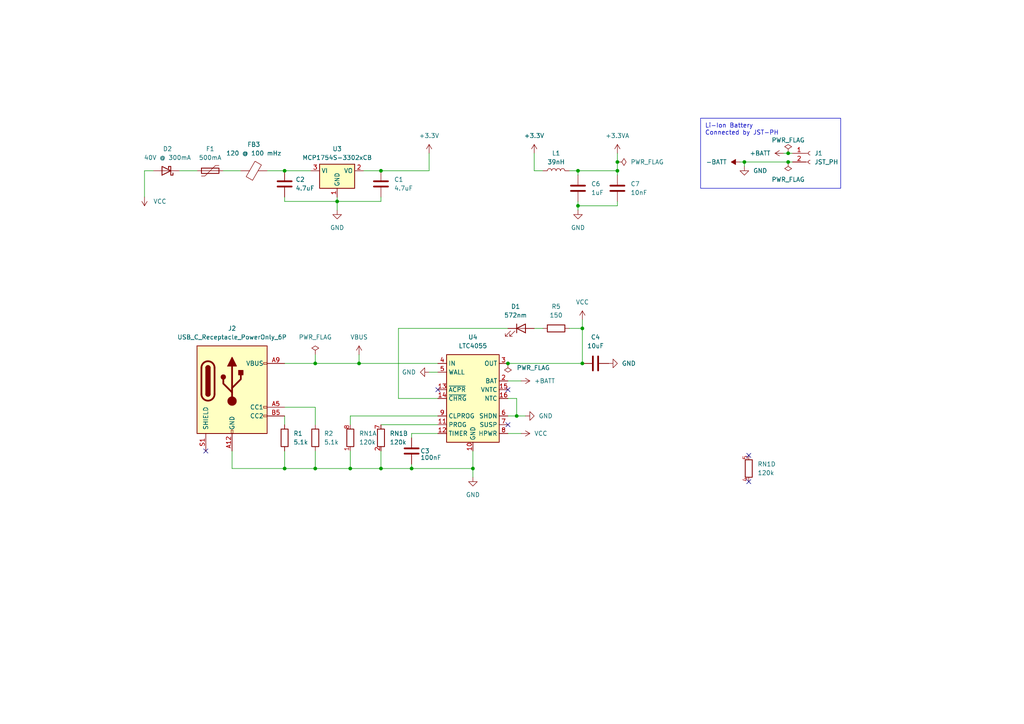
<source format=kicad_sch>
(kicad_sch (version 20230121) (generator eeschema)
  (paper "A4")
  (title_block (title "URONE - Power Management") (date "2023-07-05") (rev "0") (company "Udestries") (comment 1 "Manages battery charging and has a USB-C receptacle (sink).") (comment 2 "Provides +3.3V and a filtered output +3.3VA."))
  (lib_symbols
    (symbol "Battery_Management:LTC4055"
      (property "Reference" "U" (at -6.35 13.97 0))
      (property "Value" "LTC4055" (at 3.81 13.97 0))
      (symbol "LTC4055_0_1"
        (rectangle (start -7.62 12.7) (end 7.62 -12.7) (stroke (width 0.254)) (fill (type background)))
      )
      (symbol "LTC4055_1_1"
        (pin passive line (at -10.16 10.16 0) (length 2.54) hide (name "IN") (number "1"))
        (pin power_in line (at 0 -15.24 90) (length 2.54) (name "GND") (number "10"))
        (pin passive line (at -10.16 -7.62 0) (length 2.54) (name "PROG") (number "11"))
        (pin passive line (at -10.16 -10.16 0) (length 2.54) (name "TIMER") (number "12"))
        (pin open_collector line (at -10.16 2.54 0) (length 2.54) (name "~{ACPR}") (number "13"))
        (pin open_collector line (at -10.16 0 0) (length 2.54) (name "~{CHRG}") (number "14"))
        (pin output line (at 10.16 2.54 180) (length 2.54) (name "VNTC") (number "15"))
        (pin input line (at 10.16 0 180) (length 2.54) (name "NTC") (number "16"))
        (pin passive line (at 0 -15.24 90) (length 2.54) hide (name "GND") (number "17"))
        (pin passive line (at 10.16 5.08 180) (length 2.54) (name "BAT") (number "2"))
        (pin passive line (at 10.16 10.16 180) (length 2.54) (name "OUT") (number "3"))
        (pin power_in line (at -10.16 10.16 0) (length 2.54) (name "IN") (number "4"))
        (pin input line (at -10.16 7.62 0) (length 2.54) (name "WALL") (number "5"))
        (pin input line (at 10.16 -5.08 180) (length 2.54) (name "SHDN") (number "6"))
        (pin input line (at 10.16 -7.62 180) (length 2.54) (name "SUSP") (number "7"))
        (pin input line (at 10.16 -10.16 180) (length 2.54) (name "HPWR") (number "8"))
        (pin passive line (at -10.16 -5.08 0) (length 2.54) (name "CLPROG") (number "9"))
      )
    )
    (symbol "Connector:Conn_01x02_Socket" (pin_names (offset 1.016) hide)
      (property "Reference" "J" (at 0 2.54 0))
      (property "Value" "Conn_01x02_Socket" (at 0 -5.08 0))
      (symbol "Conn_01x02_Socket_1_1"
        (arc (start 0 -2.032) (mid -0.5058 -2.54) (end 0 -3.048) (stroke (width 0.1524)))
        (polyline (pts (xy -1.27 -2.54) (xy -0.508 -2.54)) (stroke (width 0.1524)))
        (polyline (pts (xy -1.27 0) (xy -0.508 0)) (stroke (width 0.1524)))
        (arc (start 0 0.508) (mid -0.5058 0) (end 0 -0.508) (stroke (width 0.1524)))
        (pin passive line (at -5.08 0 0) (length 3.81) (name "Pin_1") (number "1"))
        (pin passive line (at -5.08 -2.54 0) (length 3.81) (name "Pin_2") (number "2"))
      )
    )
    (symbol "Connector:USB_C_Receptacle_PowerOnly_6P" (pin_names (offset 1.016))
      (property "Reference" "J" (at 0 16.51 0))
      (property "Value" "USB_C_Receptacle_PowerOnly_6P" (at 0 13.97 0))
      (symbol "USB_C_Receptacle_PowerOnly_6P_0_0"
        (rectangle (start -0.254 -12.7) (end 0.254 -11.684))
        (rectangle (start 10.16 -7.366) (end 9.144 -7.874))
        (rectangle (start 10.16 -4.826) (end 9.144 -5.334))
        (rectangle (start 10.16 7.874) (end 9.144 7.366))
      )
      (symbol "USB_C_Receptacle_PowerOnly_6P_0_1"
        (rectangle (start -10.16 12.7) (end 10.16 -12.7) (stroke (width 0.254)) (fill (type background)))
        (arc (start -8.89 -1.27) (mid -6.985 -3.1667) (end -5.08 -1.27) (stroke (width 0.508)))
        (arc (start -7.62 -1.27) (mid -6.985 -1.9023) (end -6.35 -1.27) (stroke (width 0.254)))
        (arc (start -7.62 -1.27) (mid -6.985 -1.9023) (end -6.35 -1.27) (stroke (width 0.254)) (fill (type outline)))
        (rectangle (start -7.62 -1.27) (end -6.35 6.35) (stroke (width 0.254)) (fill (type outline)))
        (arc (start -6.35 6.35) (mid -6.985 6.9823) (end -7.62 6.35) (stroke (width 0.254)))
        (arc (start -6.35 6.35) (mid -6.985 6.9823) (end -7.62 6.35) (stroke (width 0.254)) (fill (type outline)))
        (arc (start -5.08 6.35) (mid -6.985 8.2467) (end -8.89 6.35) (stroke (width 0.508)))
        (circle (center -2.54 3.683) (radius 0.635) (stroke (width 0.254)) (fill (type outline)))
        (circle (center 0 -3.302) (radius 1.27) (fill (type outline)))
        (polyline (pts (xy -8.89 -1.27) (xy -8.89 6.35)) (stroke (width 0.508)))
        (polyline (pts (xy -5.08 6.35) (xy -5.08 -1.27)) (stroke (width 0.508)))
        (polyline (pts (xy 0 -3.302) (xy 0 6.858)) (stroke (width 0.508)))
        (polyline (pts (xy 0 -0.762) (xy -2.54 1.778) (xy -2.54 3.048)) (stroke (width 0.508)))
        (polyline (pts (xy 0 0.508) (xy 2.54 3.048) (xy 2.54 4.318)) (stroke (width 0.508)))
        (polyline (pts (xy -1.27 6.858) (xy 0 9.398) (xy 1.27 6.858) (xy -1.27 6.858)) (stroke (width 0.254)) (fill (type outline)))
        (rectangle (start 1.905 4.318) (end 3.175 5.588) (stroke (width 0.254)) (fill (type outline)))
      )
      (symbol "USB_C_Receptacle_PowerOnly_6P_1_1"
        (pin passive line (at 0 -17.78 90) (length 5.08) (name "GND") (number "A12"))
        (pin bidirectional line (at 15.24 -5.08 180) (length 5.08) (name "CC1") (number "A5"))
        (pin passive line (at 15.24 7.62 180) (length 5.08) (name "VBUS") (number "A9"))
        (pin passive line (at 0 -17.78 90) (length 5.08) hide (name "GND") (number "B12"))
        (pin bidirectional line (at 15.24 -7.62 180) (length 5.08) (name "CC2") (number "B5"))
        (pin passive line (at 15.24 7.62 180) (length 5.08) hide (name "VBUS") (number "B9"))
        (pin passive line (at -7.62 -17.78 90) (length 5.08) (name "SHIELD") (number "S1"))
      )
    )
    (symbol "Device:C" (pin_numbers hide) (pin_names (offset 0.254))
      (property "Reference" "C" (at 0.635 2.54 0))
      (property "Value" "C" (at 0.635 -2.54 0))
      (symbol "C_0_1"
        (polyline (pts (xy -2.032 -0.762) (xy 2.032 -0.762)) (stroke (width 0.508)))
        (polyline (pts (xy -2.032 0.762) (xy 2.032 0.762)) (stroke (width 0.508)))
      )
      (symbol "C_1_1"
        (pin passive line (at 0 3.81 270) (length 2.794) (name "~") (number "1"))
        (pin passive line (at 0 -3.81 90) (length 2.794) (name "~") (number "2"))
      )
    )
    (symbol "Device:D_Schottky" (pin_numbers hide) (pin_names (offset 1.016) hide)
      (property "Reference" "D" (at 0 2.54 0))
      (property "Value" "D_Schottky" (at 0 -2.54 0))
      (symbol "D_Schottky_0_1"
        (polyline (pts (xy 1.27 0) (xy -1.27 0)))
        (polyline (pts (xy 1.27 1.27) (xy 1.27 -1.27) (xy -1.27 0) (xy 1.27 1.27)) (stroke (width 0.254)))
        (polyline (pts (xy -1.905 0.635) (xy -1.905 1.27) (xy -1.27 1.27) (xy -1.27 -1.27) (xy -0.635 -1.27) (xy -0.635 -0.635)) (stroke (width 0.254)))
      )
      (symbol "D_Schottky_1_1"
        (pin passive line (at -3.81 0 0) (length 2.54) (name "K") (number "1"))
        (pin passive line (at 3.81 0 180) (length 2.54) (name "A") (number "2"))
      )
    )
    (symbol "Device:FerriteBead" (pin_numbers hide) (pin_names (offset 0))
      (property "Reference" "FB" (at -3.81 0.635 90))
      (property "Value" "FerriteBead" (at 3.81 0 90))
      (symbol "FerriteBead_0_1"
        (polyline (pts (xy 0 -1.27) (xy 0 -1.2192)))
        (polyline (pts (xy 0 1.27) (xy 0 1.2954)))
        (polyline (pts (xy -2.7686 0.4064) (xy -1.7018 2.2606) (xy 2.7686 -0.3048) (xy 1.6764 -2.159) (xy -2.7686 0.4064)))
      )
      (symbol "FerriteBead_1_1"
        (pin passive line (at 0 3.81 270) (length 2.54) (name "~") (number "1"))
        (pin passive line (at 0 -3.81 90) (length 2.54) (name "~") (number "2"))
      )
    )
    (symbol "Device:L" (pin_numbers hide) (pin_names (offset 1.016) hide)
      (property "Reference" "L" (at -1.27 0 90))
      (property "Value" "L" (at 1.905 0 90))
      (symbol "L_0_1"
        (arc (start 0 -2.54) (mid 0.6323 -1.905) (end 0 -1.27))
        (arc (start 0 -1.27) (mid 0.6323 -0.635) (end 0 0))
        (arc (start 0 0) (mid 0.6323 0.635) (end 0 1.27))
        (arc (start 0 1.27) (mid 0.6323 1.905) (end 0 2.54))
      )
      (symbol "L_1_1"
        (pin passive line (at 0 3.81 270) (length 1.27) (name "1") (number "1"))
        (pin passive line (at 0 -3.81 90) (length 1.27) (name "2") (number "2"))
      )
    )
    (symbol "Device:LED" (pin_numbers hide) (pin_names (offset 1.016) hide)
      (property "Reference" "D" (at 0 2.54 0))
      (property "Value" "LED" (at 0 -2.54 0))
      (symbol "LED_0_1"
        (polyline (pts (xy -1.27 -1.27) (xy -1.27 1.27)) (stroke (width 0.254)))
        (polyline (pts (xy -1.27 0) (xy 1.27 0)))
        (polyline (pts (xy 1.27 -1.27) (xy 1.27 1.27) (xy -1.27 0) (xy 1.27 -1.27)) (stroke (width 0.254)))
        (polyline (pts (xy -3.048 -0.762) (xy -4.572 -2.286) (xy -3.81 -2.286) (xy -4.572 -2.286) (xy -4.572 -1.524)))
        (polyline (pts (xy -1.778 -0.762) (xy -3.302 -2.286) (xy -2.54 -2.286) (xy -3.302 -2.286) (xy -3.302 -1.524)))
      )
      (symbol "LED_1_1"
        (pin passive line (at -3.81 0 0) (length 2.54) (name "K") (number "1"))
        (pin passive line (at 3.81 0 180) (length 2.54) (name "A") (number "2"))
      )
    )
    (symbol "Device:Polyfuse" (pin_numbers hide) (pin_names (offset 0))
      (property "Reference" "F" (at -2.54 0 90))
      (property "Value" "Polyfuse" (at 2.54 0 90))
      (symbol "Polyfuse_0_1"
        (rectangle (start -0.762 2.54) (end 0.762 -2.54) (stroke (width 0.254)))
        (polyline (pts (xy 0 2.54) (xy 0 -2.54)))
        (polyline (pts (xy -1.524 2.54) (xy -1.524 1.524) (xy 1.524 -1.524) (xy 1.524 -2.54)))
      )
      (symbol "Polyfuse_1_1"
        (pin passive line (at 0 3.81 270) (length 1.27) (name "~") (number "1"))
        (pin passive line (at 0 -3.81 90) (length 1.27) (name "~") (number "2"))
      )
    )
    (symbol "Device:R" (pin_numbers hide) (pin_names (offset 0))
      (property "Reference" "R" (at 2.032 0 90))
      (property "Value" "R" (at 0 0 90))
      (symbol "R_0_1"
        (rectangle (start -1.016 -2.54) (end 1.016 2.54) (stroke (width 0.254)))
      )
      (symbol "R_1_1"
        (pin passive line (at 0 3.81 270) (length 1.27) (name "~") (number "1"))
        (pin passive line (at 0 -3.81 90) (length 1.27) (name "~") (number "2"))
      )
    )
    (symbol "Device:R_Pack04_Split" (pin_names (offset 0) hide)
      (property "Reference" "RN" (at 2.032 0 90))
      (property "Value" "R_Pack04_Split" (at 0 0 90))
      (symbol "R_Pack04_Split_0_1"
        (rectangle (start 1.016 2.54) (end -1.016 -2.54) (stroke (width 0.254)))
      )
      (symbol "R_Pack04_Split_1_1"
        (pin passive line (at 0 -3.81 90) (length 1.27) (name "R1.1") (number "1"))
        (pin passive line (at 0 3.81 270) (length 1.27) (name "R1.2") (number "8"))
      )
      (symbol "R_Pack04_Split_2_1"
        (pin passive line (at 0 -3.81 90) (length 1.27) (name "R2.1") (number "2"))
        (pin passive line (at 0 3.81 270) (length 1.27) (name "R2.2") (number "7"))
      )
      (symbol "R_Pack04_Split_3_1"
        (pin passive line (at 0 -3.81 90) (length 1.27) (name "R3.1") (number "3"))
        (pin passive line (at 0 3.81 270) (length 1.27) (name "R3.2") (number "6"))
      )
      (symbol "R_Pack04_Split_4_1"
        (pin passive line (at 0 -3.81 90) (length 1.27) (name "R4.1") (number "4"))
        (pin passive line (at 0 3.81 270) (length 1.27) (name "R4.2") (number "5"))
      )
    )
    (symbol "Regulator_Linear:MCP1754S-3302xCB"
      (property "Reference" "U" (at -3.81 3.175 0))
      (property "Value" "MCP1754S-3302xCB" (at -0.635 3.175 0))
      (symbol "MCP1754S-3302xCB_0_1"
        (rectangle (start -5.08 -5.08) (end 5.08 1.905) (stroke (width 0.254)) (fill (type background)))
      )
      (symbol "MCP1754S-3302xCB_1_1"
        (pin power_in line (at 0 -7.62 90) (length 2.54) (name "GND") (number "1"))
        (pin power_out line (at 7.62 0 180) (length 2.54) (name "VO") (number "2"))
        (pin power_in line (at -7.62 0 0) (length 2.54) (name "VI") (number "3"))
      )
    )
    (symbol "power:+3.3V" (power) (pin_names (offset 0))
      (property "Value" "+3.3V" (at 0 3.556 0))
      (symbol "+3.3V_0_1"
        (polyline (pts (xy -0.762 1.27) (xy 0 2.54)))
        (polyline (pts (xy 0 0) (xy 0 2.54)))
        (polyline (pts (xy 0 2.54) (xy 0.762 1.27)))
      )
      (symbol "+3.3V_1_1"
        (pin power_in line (at 0 0 90) (length 0) hide (name "+3.3V") (number "1"))
      )
    )
    (symbol "power:+3.3VA" (power) (pin_names (offset 0))
      (property "Value" "+3.3VA" (at 0 3.556 0))
      (symbol "+3.3VA_0_1"
        (polyline (pts (xy -0.762 1.27) (xy 0 2.54)))
        (polyline (pts (xy 0 0) (xy 0 2.54)))
        (polyline (pts (xy 0 2.54) (xy 0.762 1.27)))
      )
      (symbol "+3.3VA_1_1"
        (pin power_in line (at 0 0 90) (length 0) hide (name "+3.3VA") (number "1"))
      )
    )
    (symbol "power:+BATT" (power) (pin_names (offset 0))
      (property "Value" "+BATT" (at 0 3.556 0))
      (symbol "+BATT_0_1"
        (polyline (pts (xy -0.762 1.27) (xy 0 2.54)))
        (polyline (pts (xy 0 0) (xy 0 2.54)))
        (polyline (pts (xy 0 2.54) (xy 0.762 1.27)))
      )
      (symbol "+BATT_1_1"
        (pin power_in line (at 0 0 90) (length 0) hide (name "+BATT") (number "1"))
      )
    )
    (symbol "power:-BATT" (power) (pin_names (offset 0))
      (property "Value" "-BATT" (at 0 3.556 0))
      (symbol "-BATT_0_1"
        (polyline (pts (xy 0 0) (xy 0 2.54)))
        (polyline (pts (xy 0.762 1.27) (xy -0.762 1.27) (xy 0 2.54) (xy 0.762 1.27)) (fill (type outline)))
      )
      (symbol "-BATT_1_1"
        (pin power_in line (at 0 0 90) (length 0) hide (name "-BATT") (number "1"))
      )
    )
    (symbol "power:GND" (power) (pin_names (offset 0))
      (property "Value" "GND" (at 0 -3.81 0))
      (symbol "GND_0_1"
        (polyline (pts (xy 0 0) (xy 0 -1.27) (xy 1.27 -1.27) (xy 0 -2.54) (xy -1.27 -1.27) (xy 0 -1.27)))
      )
      (symbol "GND_1_1"
        (pin power_in line (at 0 0 270) (length 0) hide (name "GND") (number "1"))
      )
    )
    (symbol "power:PWR_FLAG" (power) (pin_numbers hide) (pin_names (offset 0) hide)
      (property "Value" "PWR_FLAG" (at 0 3.81 0))
      (symbol "PWR_FLAG_0_0"
        (pin power_out line (at 0 0 90) (length 0) (name "pwr") (number "1"))
      )
      (symbol "PWR_FLAG_0_1"
        (polyline (pts (xy 0 0) (xy 0 1.27) (xy -1.016 1.905) (xy 0 2.54) (xy 1.016 1.905) (xy 0 1.27)))
      )
    )
    (symbol "power:VBUS" (power) (pin_names (offset 0))
      (property "Value" "VBUS" (at 0 3.81 0))
      (symbol "VBUS_0_1"
        (polyline (pts (xy -0.762 1.27) (xy 0 2.54)))
        (polyline (pts (xy 0 0) (xy 0 2.54)))
        (polyline (pts (xy 0 2.54) (xy 0.762 1.27)))
      )
      (symbol "VBUS_1_1"
        (pin power_in line (at 0 0 90) (length 0) hide (name "VBUS") (number "1"))
      )
    )
    (symbol "power:VCC" (power) (pin_names (offset 0))
      (property "Value" "VCC" (at 0 3.81 0))
      (symbol "VCC_0_1"
        (polyline (pts (xy -0.762 1.27) (xy 0 2.54)))
        (polyline (pts (xy 0 0) (xy 0 2.54)))
        (polyline (pts (xy 0 2.54) (xy 0.762 1.27)))
      )
      (symbol "VCC_1_1"
        (pin power_in line (at 0 0 90) (length 0) hide (name "VCC") (number "1"))
      )
    )
  )
  (junction (at 91.44 105.41))
  (junction (at 110.49 135.89))
  (junction (at 82.55 135.89))
  (junction (at 179.07 46.99))
  (junction (at 101.6 135.89))
  (junction (at 91.44 135.89))
  (junction (at 149.86 120.65))
  (junction (at 168.91 95.25))
  (junction (at 110.49 49.53))
  (junction (at 137.16 135.89))
  (junction (at 168.91 105.41))
  (junction (at 104.14 105.41))
  (junction (at 228.6 46.99))
  (junction (at 147.32 105.41))
  (junction (at 119.38 135.89))
  (junction (at 82.55 49.53))
  (junction (at 97.79 58.42))
  (junction (at 228.6 44.45))
  (junction (at 179.07 49.53))
  (junction (at 167.64 49.53))
  (junction (at 215.9 46.99))
  (junction (at 167.64 59.69))
  (no_connect (at 59.69 130.81))
  (no_connect (at 147.32 113.03))
  (no_connect (at 217.17 139.7))
  (no_connect (at 127 113.03))
  (no_connect (at 147.32 123.19))
  (no_connect (at 217.17 132.08))
  (wire (pts (xy 137.16 135.89) (xy 137.16 130.81)))
  (wire (pts (xy 124.46 107.95) (xy 127 107.95)))
  (wire (pts (xy 104.14 105.41) (xy 127 105.41)))
  (wire (pts (xy 91.44 105.41) (xy 104.14 105.41)))
  (wire (pts (xy 82.55 49.53) (xy 90.17 49.53)))
  (wire (pts (xy 91.44 130.81) (xy 91.44 135.89)))
  (wire (pts (xy 97.79 58.42) (xy 82.55 58.42)))
  (wire (pts (xy 119.38 135.89) (xy 119.38 134.62)))
  (wire (pts (xy 82.55 135.89) (xy 82.55 130.81)))
  (wire (pts (xy 227.33 44.45) (xy 228.6 44.45)))
  (wire (pts (xy 91.44 135.89) (xy 101.6 135.89)))
  (wire (pts (xy 119.38 125.73) (xy 127 125.73)))
  (wire (pts (xy 179.07 59.69) (xy 179.07 58.42)))
  (wire (pts (xy 119.38 135.89) (xy 137.16 135.89)))
  (wire (pts (xy 82.55 105.41) (xy 91.44 105.41)))
  (wire (pts (xy 41.91 49.53) (xy 44.45 49.53)))
  (wire (pts (xy 127 115.57) (xy 115.57 115.57)))
  (wire (pts (xy 149.86 120.65) (xy 152.4 120.65)))
  (wire (pts (xy 101.6 130.81) (xy 101.6 135.89)))
  (wire (pts (xy 82.55 118.11) (xy 91.44 118.11)))
  (wire (pts (xy 115.57 95.25) (xy 147.32 95.25)))
  (wire (pts (xy 110.49 58.42) (xy 97.79 58.42)))
  (wire (pts (xy 179.07 46.99) (xy 179.07 49.53)))
  (wire (pts (xy 179.07 44.45) (xy 179.07 46.99)))
  (wire (pts (xy 149.86 115.57) (xy 147.32 115.57)))
  (wire (pts (xy 151.13 110.49) (xy 147.32 110.49)))
  (wire (pts (xy 154.94 49.53) (xy 157.48 49.53)))
  (wire (pts (xy 147.32 120.65) (xy 149.86 120.65)))
  (wire (pts (xy 64.77 49.53) (xy 69.85 49.53)))
  (wire (pts (xy 165.1 95.25) (xy 168.91 95.25)))
  (wire (pts (xy 214.63 46.99) (xy 215.9 46.99)))
  (wire (pts (xy 101.6 120.65) (xy 127 120.65)))
  (wire (pts (xy 97.79 60.96) (xy 97.79 58.42)))
  (wire (pts (xy 215.9 48.26) (xy 215.9 46.99)))
  (wire (pts (xy 167.64 59.69) (xy 179.07 59.69)))
  (wire (pts (xy 41.91 49.53) (xy 41.91 57.15)))
  (wire (pts (xy 124.46 44.45) (xy 124.46 49.53)))
  (wire (pts (xy 115.57 115.57) (xy 115.57 95.25)))
  (wire (pts (xy 67.31 135.89) (xy 82.55 135.89)))
  (wire (pts (xy 179.07 50.8) (xy 179.07 49.53)))
  (wire (pts (xy 110.49 123.19) (xy 127 123.19)))
  (wire (pts (xy 91.44 118.11) (xy 91.44 123.19)))
  (wire (pts (xy 77.47 49.53) (xy 82.55 49.53)))
  (wire (pts (xy 228.6 46.99) (xy 229.87 46.99)))
  (wire (pts (xy 151.13 125.73) (xy 147.32 125.73)))
  (wire (pts (xy 179.07 49.53) (xy 167.64 49.53)))
  (wire (pts (xy 119.38 125.73) (xy 119.38 127)))
  (wire (pts (xy 57.15 49.53) (xy 52.07 49.53)))
  (wire (pts (xy 165.1 49.53) (xy 167.64 49.53)))
  (wire (pts (xy 82.55 120.65) (xy 82.55 123.19)))
  (wire (pts (xy 110.49 57.15) (xy 110.49 58.42)))
  (wire (pts (xy 97.79 58.42) (xy 97.79 57.15)))
  (wire (pts (xy 101.6 123.19) (xy 101.6 120.65)))
  (wire (pts (xy 82.55 135.89) (xy 91.44 135.89)))
  (wire (pts (xy 147.32 105.41) (xy 168.91 105.41)))
  (wire (pts (xy 110.49 49.53) (xy 124.46 49.53)))
  (wire (pts (xy 168.91 95.25) (xy 168.91 105.41)))
  (wire (pts (xy 101.6 135.89) (xy 110.49 135.89)))
  (wire (pts (xy 167.64 50.8) (xy 167.64 49.53)))
  (wire (pts (xy 168.91 92.71) (xy 168.91 95.25)))
  (wire (pts (xy 215.9 46.99) (xy 228.6 46.99)))
  (wire (pts (xy 91.44 102.87) (xy 91.44 105.41)))
  (wire (pts (xy 105.41 49.53) (xy 110.49 49.53)))
  (wire (pts (xy 154.94 44.45) (xy 154.94 49.53)))
  (wire (pts (xy 104.14 102.87) (xy 104.14 105.41)))
  (wire (pts (xy 157.48 95.25) (xy 154.94 95.25)))
  (wire (pts (xy 167.64 60.96) (xy 167.64 59.69)))
  (wire (pts (xy 82.55 58.42) (xy 82.55 57.15)))
  (wire (pts (xy 110.49 130.81) (xy 110.49 135.89)))
  (wire (pts (xy 137.16 138.43) (xy 137.16 135.89)))
  (wire (pts (xy 167.64 59.69) (xy 167.64 58.42)))
  (wire (pts (xy 67.31 135.89) (xy 67.31 130.81)))
  (wire (pts (xy 228.6 44.45) (xy 229.87 44.45)))
  (wire (pts (xy 149.86 115.57) (xy 149.86 120.65)))
  (wire (pts (xy 110.49 135.89) (xy 119.38 135.89)))
  (rectangle (start 203.2 34.29) (end 243.84 54.61))
  (text "Li-Ion Battery\nConnected by JST-PH" (at 204.47 39.37 0) (effects (font (size 1.27 1.27)) (justify left bottom)))
  (symbol (lib_id "power:+3.3V") (at 124.46 44.45 0) (unit 1)
    (property "Reference" "#PWR07" (effects hide))
    (property "Value" "+3.3V" (at 124.46 39.37 0))
  )
  (symbol (lib_id "power:GND") (at 152.4 120.65 90) (unit 1)
    (property "Reference" "#PWR09" (effects hide))
    (property "Value" "GND" (at 156.21 120.65 90) (effects (justify right)))
  )
  (symbol (lib_id "power:VCC") (at 168.91 92.71 0) (unit 1)
    (property "Reference" "#PWR012" (effects hide))
    (property "Value" "VCC" (at 168.91 87.63 0))
  )
  (symbol (lib_id "power:PWR_FLAG") (at 91.44 102.87 0) (unit 1)
    (property "Reference" "#FLG04" (effects hide))
    (property "Value" "PWR_FLAG" (at 91.44 97.79 0))
  )
  (symbol (lib_id "Device:D_Schottky") (at 48.26 49.53 180) (unit 1)
    (property "Reference" "D2" (at 48.5775 43.18 0))
    (property "Value" "40V @ 300mA" (at 48.5775 45.72 0))
    (property "Footprint" "Diode_SMD:D_SOD-123" (effects hide))
    (property "ManufacturerPartNumber" "B5819W SL" (effects hide))
  )
  (symbol (lib_id "power:PWR_FLAG") (at 179.07 46.99 270) (unit 1)
    (property "Reference" "#FLG03" (effects hide))
    (property "Value" "PWR_FLAG" (at 182.88 46.99 90) (effects (justify left)))
  )
  (symbol (lib_id "power:VCC") (at 151.13 125.73 270) (unit 1)
    (property "Reference" "#PWR015" (effects hide))
    (property "Value" "VCC" (at 154.94 125.73 90) (effects (justify left)))
  )
  (symbol (lib_id "power:PWR_FLAG") (at 228.6 44.45 0) (unit 1)
    (property "Reference" "#FLG01" (effects hide))
    (property "Value" "PWR_FLAG" (at 228.6 40.64 0))
  )
  (symbol (lib_id "Device:R_Pack04_Split") (at 101.6 127 0) (unit 1)
    (property "Reference" "RN1" (at 104.14 125.73 0) (effects (justify left)))
    (property "Value" "120k" (at 104.14 128.27 0) (effects (justify left)))
    (property "Footprint" "Resistor_SMD:R_Array_Convex_4x1206" (effects hide))
  )
  (symbol (lib_id "Device:C") (at 167.64 54.61 0) (unit 1)
    (property "Reference" "C6" (at 171.45 53.34 0) (effects (justify left)))
    (property "Value" "1uF" (at 171.45 55.88 0) (effects (justify left)))
    (property "Footprint" "Capacitor_SMD:C_0402_1005Metric" (effects hide))
    (property "ManufacturerPartNumber" "CL05A105KA5NQNC" (effects hide))
  )
  (symbol (lib_id "power:VBUS") (at 104.14 102.87 0) (unit 1)
    (property "Reference" "#PWR014" (effects hide))
    (property "Value" "VBUS" (at 104.14 97.79 0))
  )
  (symbol (lib_id "power:GND") (at 137.16 138.43 0) (unit 1)
    (property "Reference" "#PWR011" (effects hide))
    (property "Value" "GND" (at 137.16 143.51 0))
  )
  (symbol (lib_id "Device:C") (at 172.72 105.41 90) (unit 1)
    (property "Reference" "C4" (at 172.72 97.79 90))
    (property "Value" "10uF" (at 172.72 100.33 90))
    (property "Footprint" "Capacitor_SMD:C_0402_1005Metric" (effects hide))
    (property "ManufacturerPartNumber" "CL05A106MQ5NUNC" (effects hide))
  )
  (symbol (lib_id "Device:C") (at 110.49 53.34 0) (unit 1)
    (property "Reference" "C1" (at 114.3 52.07 0) (effects (justify left)))
    (property "Value" "4.7uF" (at 114.3 54.61 0) (effects (justify left)))
    (property "Footprint" "Capacitor_SMD:C_0402_1005Metric" (effects hide))
    (property "ManufacturerPartNumber" "CL05A475MP5NRNC" (effects hide))
    (instances (project "drone_07-2023" (path "" (reference "C1") (unit 1)) (path "" (reference "C2") (unit 1))))
  )
  (symbol (lib_id "power:+BATT") (at 227.33 44.45 90) (unit 1)
    (property "Reference" "#PWR029" (effects hide))
    (property "Value" "+BATT" (at 223.52 44.45 90) (effects (justify left)))
  )
  (symbol (lib_id "power:+BATT") (at 151.13 110.49 270) (unit 1)
    (property "Reference" "#PWR031" (effects hide))
    (property "Value" "+BATT" (at 154.94 110.49 90) (effects (justify left)))
  )
  (symbol (lib_id "Device:R_Pack04_Split") (at 110.49 127 0) (unit 2)
    (property "Reference" "RN1" (at 113.03 125.73 0) (effects (justify left)))
    (property "Value" "120k" (at 113.03 128.27 0) (effects (justify left)))
    (property "Footprint" "Resistor_SMD:R_Array_Convex_4x1206" (effects hide))
  )
  (symbol (lib_id "power:GND") (at 176.53 105.41 90) (unit 1)
    (property "Reference" "#PWR013" (effects hide))
    (property "Value" "GND" (at 180.34 105.41 90) (effects (justify right)))
  )
  (symbol (lib_id "Device:L") (at 161.29 49.53 90) (unit 1)
    (property "Reference" "L1" (at 161.29 44.45 90))
    (property "Value" "39nH" (at 161.29 46.99 90))
    (property "Footprint" "Inductor_SMD:L_0603_1608Metric" (effects hide))
    (property "ManufacturerPartNumber" "744786139A" (effects hide))
  )
  (symbol (lib_id "Device:LED") (at 151.13 95.25 0) (unit 1)
    (property "Reference" "D1" (at 149.5425 88.9 0))
    (property "Value" "572nm" (at 149.5425 91.44 0))
    (property "Footprint" "LED_SMD:LED_0805_2012Metric" (effects hide))
    (property "ManufacturerPartNumber" "C2297" (effects hide))
  )
  (symbol (lib_id "Device:C") (at 119.38 130.81 0) (unit 1)
    (property "Reference" "C3" (at 121.92 130.81 0) (effects (justify left)))
    (property "Value" "100nF" (at 121.92 132.715 0) (effects (justify left)))
    (property "Footprint" "Capacitor_SMD:C_0201_0603Metric" (effects hide))
    (property "ManufacturerPartNumber" "CL03A104KQ3NNNC" (effects hide))
  )
  (symbol (lib_id "Device:C") (at 82.55 53.34 0) (unit 1)
    (property "Reference" "C2" (at 85.725 52.07 0) (effects (justify left)))
    (property "Value" "4.7uF" (at 85.725 54.61 0) (effects (justify left)))
    (property "Footprint" "Capacitor_SMD:C_0402_1005Metric" (effects hide))
    (property "ManufacturerPartNumber" "CL05A475MP5NRNC" (effects hide))
    (instances (project "drone_07-2023" (path "" (reference "C2") (unit 1)) (path "" (reference "C1") (unit 1))))
  )
  (symbol (lib_id "Regulator_Linear:MCP1754S-3302xCB") (at 97.79 49.53 0) (unit 1)
    (property "Reference" "U3" (at 97.79 43.18 0))
    (property "Value" "MCP1754S-3302xCB" (at 97.79 45.72 0))
    (property "Footprint" "Package_TO_SOT_SMD:SOT-23" (effects hide))
    (property "Datasheet" "http://ww1.microchip.com/downloads/en/DeviceDoc/20002276C.pdf" (effects hide))
    (property "ManufacturerPartNumber" "MCP1754ST-3302E/CB " (effects hide))
  )
  (symbol (lib_id "Connector:Conn_01x02_Socket") (at 234.95 44.45 0) (unit 1)
    (property "Reference" "J1" (at 236.22 44.45 0) (effects (justify left)))
    (property "Value" "JST_PH" (at 236.22 46.99 0) (effects (justify left)))
    (property "Footprint" "Connector_JST:JST_PH_S2B-PH-K_1x02_P2.00mm_Horizontal" (effects hide))
    (property "ManufacturerPartNumber" "S2B-PH-SM4-TB" (effects hide))
  )
  (symbol (lib_id "Device:R") (at 161.29 95.25 90) (unit 1)
    (property "Reference" "R5" (at 161.29 88.9 90))
    (property "Value" "150" (at 161.29 91.44 90))
    (property "Footprint" "Resistor_SMD:R_0201_0603Metric" (effects hide))
    (property "ManufacturerPartNumber" "ERJ-1GNJ151C" (effects hide))
  )
  (symbol (lib_id "power:+3.3V") (at 154.94 44.45 0) (unit 1)
    (property "Reference" "#PWR017" (effects hide))
    (property "Value" "+3.3V" (at 154.94 39.37 0))
  )
  (symbol (lib_id "Device:C") (at 179.07 54.61 0) (unit 1)
    (property "Reference" "C7" (at 182.88 53.34 0) (effects (justify left)))
    (property "Value" "10nF" (at 182.88 55.88 0) (effects (justify left)))
    (property "Footprint" "Capacitor_SMD:C_0201_0603Metric" (effects hide))
    (property "ManufacturerPartNumber" "C0603X5R1A103K030BA" (effects hide))
  )
  (symbol (lib_id "power:GND") (at 124.46 107.95 270) (unit 1)
    (property "Reference" "#PWR010" (effects hide))
    (property "Value" "GND" (at 120.65 107.95 90) (effects (justify right)))
  )
  (symbol (lib_id "power:+3.3VA") (at 179.07 44.45 0) (unit 1)
    (property "Reference" "#PWR020" (effects hide))
    (property "Value" "+3.3VA" (at 179.07 39.37 0))
  )
  (symbol (lib_id "power:GND") (at 215.9 48.26 0) (unit 1)
    (property "Reference" "#PWR08" (effects hide))
    (property "Value" "GND" (at 218.44 49.53 0) (effects (justify left)))
  )
  (symbol (lib_id "Device:R") (at 82.55 127 0) (unit 1)
    (property "Reference" "R1" (at 85.09 125.73 0) (effects (justify left)))
    (property "Value" "5.1k" (at 85.09 128.27 0) (effects (justify left)))
    (property "Footprint" "Resistor_SMD:R_0201_0603Metric" (effects hide))
    (property "ManufacturerPartNumber" "ERJ-1GNJ512C" (effects hide))
  )
  (symbol (lib_id "power:GND") (at 97.79 60.96 0) (unit 1)
    (property "Reference" "#PWR04" (effects hide))
    (property "Value" "GND" (at 97.79 66.04 0))
    (instances (project "drone_07-2023" (path "" (reference "#PWR04") (unit 1)) (path "" (reference "#PWR05") (unit 1))))
  )
  (symbol (lib_id "power:PWR_FLAG") (at 147.32 105.41 180) (unit 1)
    (property "Reference" "#FLG02" (effects hide))
    (property "Value" "PWR_FLAG" (at 149.86 106.68 0) (effects (justify right)))
  )
  (symbol (lib_id "Device:FerriteBead") (at 73.66 49.53 90) (unit 1)
    (property "Reference" "FB3" (at 73.6092 41.91 90))
    (property "Value" "120 @ 100 mHz" (at 73.6092 44.45 90))
    (property "Footprint" "Fuse:Fuse_0805_2012Metric" (effects hide))
    (property "ManufacturerPartNumber" "2508051217Y6" (effects hide))
  )
  (symbol (lib_id "power:-BATT") (at 214.63 46.99 90) (unit 1)
    (property "Reference" "#PWR028" (effects hide))
    (property "Value" "-BATT" (at 210.82 46.99 90) (effects (justify left)))
  )
  (symbol (lib_id "Device:Polyfuse") (at 60.96 49.53 90) (unit 1)
    (property "Reference" "F1" (at 60.96 43.18 90))
    (property "Value" "500mA" (at 60.96 45.72 90))
    (property "Footprint" "Fuse:Fuse_1206_3216Metric" (effects hide))
    (property "ManufacturerPartNumber" "0ZCJ0025AF2E" (effects hide))
  )
  (symbol (lib_id "Connector:USB_C_Receptacle_PowerOnly_6P") (at 67.31 113.03 0) (unit 1)
    (property "Reference" "J2" (at 67.31 95.25 0))
    (property "Value" "USB_C_Receptacle_PowerOnly_6P" (at 67.31 97.79 0))
    (property "Footprint" "Connector_USB:USB_C_Receptacle_GCT_USB4135-GF-A_6P_TopMnt_Horizontal" (effects hide))
    (property "Datasheet" "https://www.usb.org/sites/default/files/documents/usb_type-c.zip" (effects hide))
    (property "ManufacturerPartNumber" "USB4135-GF-A" (effects hide))
  )
  (symbol (lib_id "Battery_Management:LTC4055") (at 137.16 115.57 0) (unit 1)
    (property "Reference" "U4" (at 137.16 97.79 0))
    (property "Value" "LTC4055" (at 137.16 100.33 0))
    (property "Footprint" "Package_DFN_QFN:QFN-16-1EP_4x4mm_P0.65mm_EP2.15x2.15mm" (effects hide))
    (property "Datasheet" "https://www.analog.com/media/en/technical-documentation/data-sheets/4055fb.pdf" (effects hide))
    (property "ManufacturerPartNumber" "LTC4055EUF#PBF-ND" (effects hide))
  )
  (symbol (lib_id "power:VCC") (at 41.91 57.15 180) (unit 1)
    (property "Reference" "#PWR03" (effects hide))
    (property "Value" "VCC" (at 44.45 58.42 0) (effects (justify right)))
  )
  (symbol (lib_id "power:GND") (at 167.64 60.96 0) (unit 1)
    (property "Reference" "#PWR018" (effects hide))
    (property "Value" "GND" (at 167.64 66.04 0))
  )
  (symbol (lib_id "Device:R_Pack04_Split") (at 217.17 135.89 0) (unit 4)
    (property "Reference" "RN1" (at 219.71 134.62 0) (effects (justify left)))
    (property "Value" "120k" (at 219.71 137.16 0) (effects (justify left)))
    (property "Footprint" "Resistor_SMD:R_Array_Convex_4x1206" (effects hide))
  )
  (symbol (lib_id "Device:R") (at 91.44 127 0) (unit 1)
    (property "Reference" "R2" (at 93.98 125.73 0) (effects (justify left)))
    (property "Value" "5.1k" (at 93.98 128.27 0) (effects (justify left)))
    (property "Footprint" "Resistor_SMD:R_0201_0603Metric" (effects hide))
    (property "ManufacturerPartNumber" "ERJ-1GNJ512C" (effects hide))
  )
  (symbol (lib_id "power:PWR_FLAG") (at 228.6 46.99 180) (unit 1)
    (property "Reference" "#FLG05" (effects hide))
    (property "Value" "PWR_FLAG" (at 228.6 52.07 0))
  )
)
</source>
